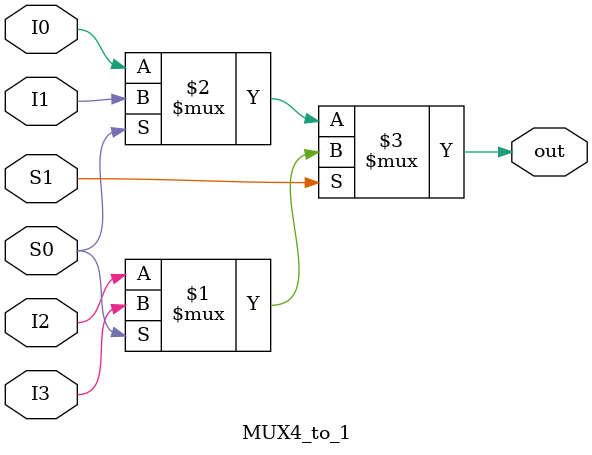
<source format=v>

/*
module MUX4_to_1(
 output wire out,
 input  wire I0, I1, I2, I3,
 input  wire S1, S0 
 );

 assign out = (~S1 & ~S0 & I0) | (~S1 & S0 * I1) | (S1 & ~S0 & I2) | (S1 & S0 & I3);

endmodule
*/


// dataflow contditional 4to1mux
///*
module MUX4_to_1 (
 output wire out,
 input  wire I0, I1, I2, I3,
 input  wire S1, S0
);

 assign out = S1 ? (S0 ? I3 : I2) : (S0 ? I1 : I0);

endmodule
//*/
</source>
